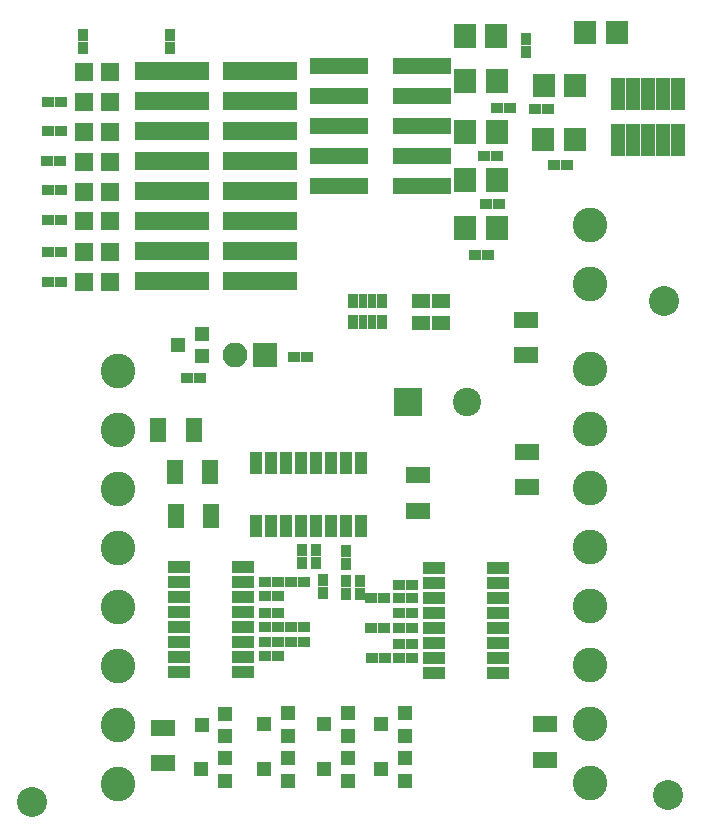
<source format=gbr>
G04 #@! TF.FileFunction,Soldermask,Top*
%FSLAX46Y46*%
G04 Gerber Fmt 4.6, Leading zero omitted, Abs format (unit mm)*
G04 Created by KiCad (PCBNEW 4.0.7-e2-6376~58~ubuntu16.04.1) date Fri Nov 24 15:55:31 2017*
%MOMM*%
%LPD*%
G01*
G04 APERTURE LIST*
%ADD10C,0.100000*%
%ADD11R,1.000000X1.900000*%
%ADD12R,1.900000X1.000000*%
%ADD13R,4.900000X1.400000*%
%ADD14C,2.540000*%
%ADD15C,2.940000*%
%ADD16R,1.900000X0.800000*%
%ADD17R,1.000000X0.900000*%
%ADD18R,0.900000X1.000000*%
%ADD19R,1.400000X2.000000*%
%ADD20R,2.000000X1.400000*%
%ADD21R,1.300000X1.200000*%
%ADD22R,1.600000X1.600000*%
%ADD23R,2.100000X2.100000*%
%ADD24O,2.100000X2.100000*%
%ADD25R,6.300000X1.500000*%
%ADD26R,1.150000X2.800000*%
%ADD27R,0.900000X1.200000*%
%ADD28R,0.800000X1.200000*%
%ADD29R,2.400000X2.400000*%
%ADD30C,2.400000*%
G04 APERTURE END LIST*
D10*
D11*
X133920000Y-88010000D03*
X135190000Y-88010000D03*
X136460000Y-88010000D03*
X137730000Y-88010000D03*
X139000000Y-88010000D03*
X140270000Y-88010000D03*
X141540000Y-88010000D03*
X142810000Y-88010000D03*
X142810000Y-82610000D03*
X141540000Y-82610000D03*
X140270000Y-82610000D03*
X139000000Y-82610000D03*
X137730000Y-82610000D03*
X136460000Y-82610000D03*
X135190000Y-82610000D03*
X133920000Y-82610000D03*
D12*
X149000000Y-91566000D03*
X149000000Y-92836000D03*
X149000000Y-94106000D03*
X149000000Y-95376000D03*
X149000000Y-96646000D03*
X149000000Y-97916000D03*
X149000000Y-99186000D03*
X149000000Y-100456000D03*
X154400000Y-100456000D03*
X154400000Y-99186000D03*
X154400000Y-97916000D03*
X154400000Y-96646000D03*
X154400000Y-95376000D03*
X154400000Y-94106000D03*
X154400000Y-92836000D03*
X154400000Y-91566000D03*
X132843000Y-100329000D03*
X132843000Y-99059000D03*
X132843000Y-97789000D03*
X132843000Y-96519000D03*
X132843000Y-95249000D03*
X132843000Y-93979000D03*
X132843000Y-92709000D03*
X132843000Y-91439000D03*
X127443000Y-91439000D03*
X127443000Y-92709000D03*
X127443000Y-93979000D03*
X127443000Y-95249000D03*
X127443000Y-96519000D03*
X127443000Y-97789000D03*
X127443000Y-99059000D03*
X127443000Y-100329000D03*
D13*
X147969800Y-59181000D03*
X140929800Y-59181000D03*
X147969800Y-56641000D03*
X140929800Y-56641000D03*
X147969800Y-54101000D03*
X140929800Y-54101000D03*
X147969800Y-51561000D03*
X140929800Y-51561000D03*
X147969800Y-49021000D03*
X140929800Y-49021000D03*
D14*
X114935000Y-111353600D03*
X168465500Y-68935600D03*
D15*
X122236000Y-74854000D03*
X122236000Y-79854000D03*
X122236000Y-84854000D03*
X122236000Y-89854000D03*
X122236000Y-94854000D03*
X122236000Y-99854000D03*
X122236000Y-104854000D03*
X122236000Y-109854000D03*
X162241000Y-109727000D03*
X162241000Y-104727000D03*
X162241000Y-99727000D03*
X162241000Y-94727000D03*
X162241000Y-89727000D03*
X162241000Y-84727000D03*
X162241000Y-79727000D03*
X162241000Y-74727000D03*
D16*
X154300000Y-63387000D03*
X154300000Y-62737000D03*
X154300000Y-62087000D03*
X151640000Y-62087000D03*
X151640000Y-62737000D03*
X151640000Y-63387000D03*
D17*
X154367000Y-56641000D03*
X153267000Y-56641000D03*
D18*
X126681000Y-46439000D03*
X126681000Y-47539000D03*
D17*
X154325000Y-52577000D03*
X155425000Y-52577000D03*
X152505000Y-65023000D03*
X153605000Y-65023000D03*
X158642000Y-52704000D03*
X157542000Y-52704000D03*
X154494000Y-60705000D03*
X153394000Y-60705000D03*
D19*
X127062000Y-83438000D03*
X130062000Y-83438000D03*
D20*
X158431000Y-104774000D03*
X158431000Y-107774000D03*
D17*
X137118000Y-73660000D03*
X138218000Y-73660000D03*
D18*
X156780000Y-47835000D03*
X156780000Y-46735000D03*
D19*
X127110000Y-87121000D03*
X130110000Y-87121000D03*
D17*
X159151000Y-57403000D03*
X160251000Y-57403000D03*
X129221000Y-75437000D03*
X128121000Y-75437000D03*
D20*
X147636000Y-83692000D03*
X147636000Y-86692000D03*
X156907000Y-84708000D03*
X156907000Y-81708000D03*
D19*
X125665000Y-79882000D03*
X128665000Y-79882000D03*
D20*
X126046000Y-108076000D03*
X126046000Y-105076000D03*
X156780000Y-73532000D03*
X156780000Y-70532000D03*
D21*
X129332000Y-73593000D03*
X129332000Y-71693000D03*
X127332000Y-72643000D03*
D22*
X119358000Y-67308996D03*
X121558000Y-67308996D03*
X119358000Y-64771718D03*
X121558000Y-64771718D03*
X119358000Y-62170940D03*
X121558000Y-62170940D03*
X119349340Y-59723062D03*
X121549340Y-59723062D03*
X119341720Y-54592626D03*
X121541720Y-54592626D03*
X119354420Y-57159884D03*
X121572200Y-57159884D03*
X119358000Y-52056118D03*
X121558000Y-52056118D03*
X119358000Y-49529000D03*
X121558000Y-49529000D03*
D23*
X134682000Y-73532000D03*
D24*
X132142000Y-73532000D03*
D15*
X162215600Y-67486800D03*
X162215600Y-62486800D03*
D25*
X134224800Y-67232800D03*
X134224800Y-64692800D03*
X134224800Y-62152800D03*
X134224800Y-59612800D03*
X134224800Y-57072800D03*
X134224800Y-54532800D03*
X134224800Y-51992800D03*
X134224800Y-49452800D03*
X126774800Y-67232800D03*
X126774800Y-64692800D03*
X126774800Y-62152800D03*
X126774800Y-59612800D03*
X126774800Y-57072800D03*
X126774800Y-54532800D03*
X126774800Y-51992800D03*
X126774800Y-49452800D03*
D16*
X164448800Y-46827200D03*
X164448800Y-46177200D03*
X164448800Y-45527200D03*
X161788800Y-45527200D03*
X161788800Y-46177200D03*
X161788800Y-46827200D03*
X154300000Y-55259000D03*
X154300000Y-54609000D03*
X154300000Y-53959000D03*
X151640000Y-53959000D03*
X151640000Y-54609000D03*
X151640000Y-55259000D03*
X160904000Y-55894000D03*
X160904000Y-55244000D03*
X160904000Y-54594000D03*
X158244000Y-54594000D03*
X158244000Y-55244000D03*
X158244000Y-55894000D03*
X154240000Y-47146000D03*
X154240000Y-46496000D03*
X154240000Y-45846000D03*
X151580000Y-45846000D03*
X151580000Y-46496000D03*
X151580000Y-47146000D03*
X154300000Y-50941000D03*
X154300000Y-50291000D03*
X154300000Y-49641000D03*
X151640000Y-49641000D03*
X151640000Y-50291000D03*
X151640000Y-50941000D03*
X160964000Y-51322000D03*
X160964000Y-50672000D03*
X160964000Y-50022000D03*
X158304000Y-50022000D03*
X158304000Y-50672000D03*
X158304000Y-51322000D03*
X154300000Y-59323000D03*
X154300000Y-58673000D03*
X154300000Y-58023000D03*
X151640000Y-58023000D03*
X151640000Y-58673000D03*
X151640000Y-59323000D03*
D21*
X131318000Y-105791000D03*
X131318000Y-103891000D03*
X129318000Y-104841000D03*
X131302000Y-109535000D03*
X131302000Y-107635000D03*
X129302000Y-108585000D03*
X136620000Y-105725000D03*
X136620000Y-103825000D03*
X134620000Y-104775000D03*
X136620000Y-109535000D03*
X136620000Y-107635000D03*
X134620000Y-108585000D03*
X141700000Y-109535000D03*
X141700000Y-107635000D03*
X139700000Y-108585000D03*
X141716000Y-105725000D03*
X141716000Y-103825000D03*
X139716000Y-104775000D03*
X146542000Y-105725000D03*
X146542000Y-103825000D03*
X144542000Y-104775000D03*
X146526000Y-109535000D03*
X146526000Y-107635000D03*
X144526000Y-108585000D03*
D14*
X168833800Y-110756700D03*
D26*
X169683200Y-51439800D03*
X169683200Y-55339800D03*
X168413200Y-51439800D03*
X168413200Y-55339800D03*
X167143200Y-51439800D03*
X167143200Y-55339800D03*
X165873200Y-51439800D03*
X165873200Y-55339800D03*
X164603200Y-51439800D03*
X164603200Y-55339800D03*
D17*
X134698000Y-92709000D03*
X135798000Y-92709000D03*
X134698000Y-97789000D03*
X135798000Y-97789000D03*
X134698000Y-96519000D03*
X135798000Y-96519000D03*
D18*
X139000000Y-90000000D03*
X139000000Y-91100000D03*
X141540000Y-90069000D03*
X141540000Y-91169000D03*
D17*
X147101000Y-94106000D03*
X146001000Y-94106000D03*
X147112000Y-96646000D03*
X146012000Y-96646000D03*
X147112000Y-99186000D03*
X146012000Y-99186000D03*
D18*
X137795000Y-91095500D03*
X137795000Y-89995500D03*
D17*
X135798000Y-93878400D03*
X134698000Y-93878400D03*
X135798000Y-95326200D03*
X134698000Y-95326200D03*
X135798000Y-99009200D03*
X134698000Y-99009200D03*
X146012000Y-97993200D03*
X147112000Y-97993200D03*
X146012000Y-95377000D03*
X147112000Y-95377000D03*
X146012000Y-92938600D03*
X147112000Y-92938600D03*
D18*
X142697200Y-92598000D03*
X142697200Y-93698000D03*
D17*
X137957000Y-97789000D03*
X136857000Y-97789000D03*
X137968000Y-96519000D03*
X136868000Y-96519000D03*
X116294000Y-67309000D03*
X117394000Y-67309000D03*
X116352000Y-64769000D03*
X117452000Y-64769000D03*
X137968000Y-92709000D03*
X136868000Y-92709000D03*
D18*
X139635000Y-93640000D03*
X139635000Y-92540000D03*
D17*
X116283000Y-62102000D03*
X117383000Y-62102000D03*
X116352000Y-59562000D03*
X117452000Y-59562000D03*
X143657000Y-94106000D03*
X144757000Y-94106000D03*
D18*
X141540000Y-93698000D03*
X141540000Y-92598000D03*
D17*
X116284920Y-54528720D03*
X117384920Y-54528720D03*
X116259520Y-57083960D03*
X117359520Y-57083960D03*
X143657000Y-96646000D03*
X144757000Y-96646000D03*
X143726000Y-99186000D03*
X144826000Y-99186000D03*
X116273920Y-52069000D03*
X117373920Y-52069000D03*
D18*
X119315000Y-46381000D03*
X119315000Y-47481000D03*
D27*
X144564000Y-68910200D03*
D28*
X142964000Y-68910200D03*
X143764000Y-68910200D03*
D27*
X142164000Y-68910200D03*
D28*
X143764000Y-70710200D03*
D27*
X144564000Y-70710200D03*
D28*
X142964000Y-70710200D03*
D27*
X142164000Y-70710200D03*
X149923400Y-68961000D03*
D28*
X148323400Y-68961000D03*
X149123400Y-68961000D03*
D27*
X147523400Y-68961000D03*
D28*
X149123400Y-70761000D03*
D27*
X149923400Y-70761000D03*
D28*
X148323400Y-70761000D03*
D27*
X147523400Y-70761000D03*
D29*
X146775160Y-77520800D03*
D30*
X151775160Y-77520800D03*
M02*

</source>
